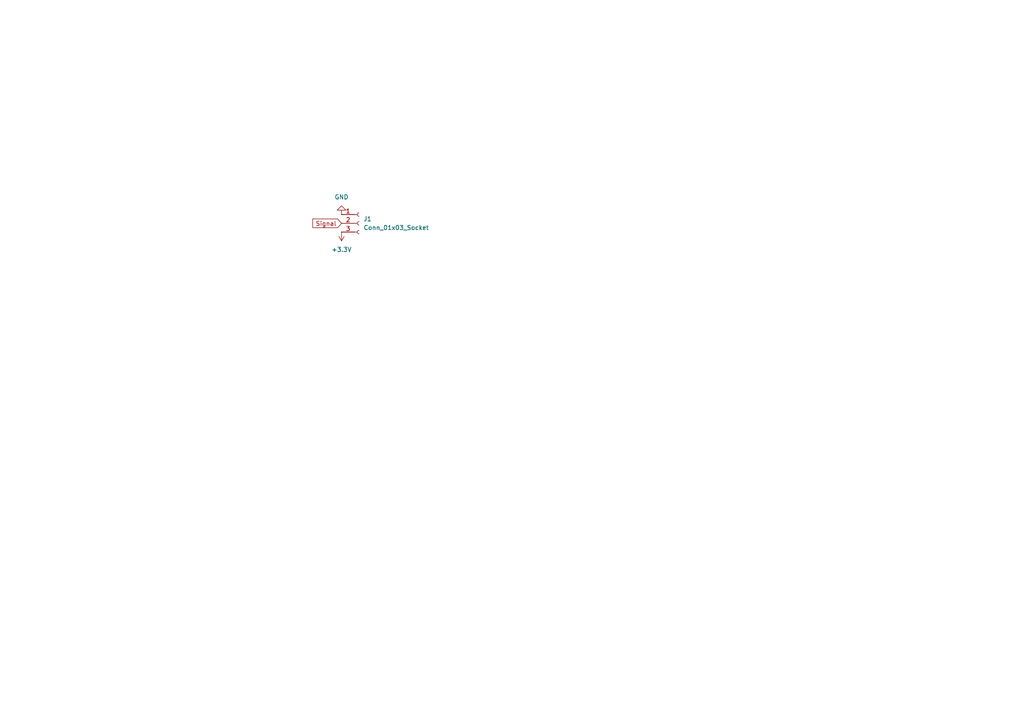
<source format=kicad_sch>
(kicad_sch
	(version 20231120)
	(generator "eeschema")
	(generator_version "8.0")
	(uuid "8bc78e74-b85b-4fe4-afe7-44df49eb6d15")
	(paper "A4")
	(lib_symbols
		(symbol "Connector:Conn_01x03_Socket"
			(pin_names
				(offset 1.016) hide)
			(exclude_from_sim no)
			(in_bom yes)
			(on_board yes)
			(property "Reference" "J"
				(at 0 5.08 0)
				(effects
					(font
						(size 1.27 1.27)
					)
				)
			)
			(property "Value" "Conn_01x03_Socket"
				(at 0 -5.08 0)
				(effects
					(font
						(size 1.27 1.27)
					)
				)
			)
			(property "Footprint" ""
				(at 0 0 0)
				(effects
					(font
						(size 1.27 1.27)
					)
					(hide yes)
				)
			)
			(property "Datasheet" "~"
				(at 0 0 0)
				(effects
					(font
						(size 1.27 1.27)
					)
					(hide yes)
				)
			)
			(property "Description" "Generic connector, single row, 01x03, script generated"
				(at 0 0 0)
				(effects
					(font
						(size 1.27 1.27)
					)
					(hide yes)
				)
			)
			(property "ki_locked" ""
				(at 0 0 0)
				(effects
					(font
						(size 1.27 1.27)
					)
				)
			)
			(property "ki_keywords" "connector"
				(at 0 0 0)
				(effects
					(font
						(size 1.27 1.27)
					)
					(hide yes)
				)
			)
			(property "ki_fp_filters" "Connector*:*_1x??_*"
				(at 0 0 0)
				(effects
					(font
						(size 1.27 1.27)
					)
					(hide yes)
				)
			)
			(symbol "Conn_01x03_Socket_1_1"
				(arc
					(start 0 -2.032)
					(mid -0.5058 -2.54)
					(end 0 -3.048)
					(stroke
						(width 0.1524)
						(type default)
					)
					(fill
						(type none)
					)
				)
				(polyline
					(pts
						(xy -1.27 -2.54) (xy -0.508 -2.54)
					)
					(stroke
						(width 0.1524)
						(type default)
					)
					(fill
						(type none)
					)
				)
				(polyline
					(pts
						(xy -1.27 0) (xy -0.508 0)
					)
					(stroke
						(width 0.1524)
						(type default)
					)
					(fill
						(type none)
					)
				)
				(polyline
					(pts
						(xy -1.27 2.54) (xy -0.508 2.54)
					)
					(stroke
						(width 0.1524)
						(type default)
					)
					(fill
						(type none)
					)
				)
				(arc
					(start 0 0.508)
					(mid -0.5058 0)
					(end 0 -0.508)
					(stroke
						(width 0.1524)
						(type default)
					)
					(fill
						(type none)
					)
				)
				(arc
					(start 0 3.048)
					(mid -0.5058 2.54)
					(end 0 2.032)
					(stroke
						(width 0.1524)
						(type default)
					)
					(fill
						(type none)
					)
				)
				(pin passive line
					(at -5.08 2.54 0)
					(length 3.81)
					(name "Pin_1"
						(effects
							(font
								(size 1.27 1.27)
							)
						)
					)
					(number "1"
						(effects
							(font
								(size 1.27 1.27)
							)
						)
					)
				)
				(pin passive line
					(at -5.08 0 0)
					(length 3.81)
					(name "Pin_2"
						(effects
							(font
								(size 1.27 1.27)
							)
						)
					)
					(number "2"
						(effects
							(font
								(size 1.27 1.27)
							)
						)
					)
				)
				(pin passive line
					(at -5.08 -2.54 0)
					(length 3.81)
					(name "Pin_3"
						(effects
							(font
								(size 1.27 1.27)
							)
						)
					)
					(number "3"
						(effects
							(font
								(size 1.27 1.27)
							)
						)
					)
				)
			)
		)
		(symbol "power:+3.3V"
			(power)
			(pin_numbers hide)
			(pin_names
				(offset 0) hide)
			(exclude_from_sim no)
			(in_bom yes)
			(on_board yes)
			(property "Reference" "#PWR"
				(at 0 -3.81 0)
				(effects
					(font
						(size 1.27 1.27)
					)
					(hide yes)
				)
			)
			(property "Value" "+3.3V"
				(at 0 3.556 0)
				(effects
					(font
						(size 1.27 1.27)
					)
				)
			)
			(property "Footprint" ""
				(at 0 0 0)
				(effects
					(font
						(size 1.27 1.27)
					)
					(hide yes)
				)
			)
			(property "Datasheet" ""
				(at 0 0 0)
				(effects
					(font
						(size 1.27 1.27)
					)
					(hide yes)
				)
			)
			(property "Description" "Power symbol creates a global label with name \"+3.3V\""
				(at 0 0 0)
				(effects
					(font
						(size 1.27 1.27)
					)
					(hide yes)
				)
			)
			(property "ki_keywords" "global power"
				(at 0 0 0)
				(effects
					(font
						(size 1.27 1.27)
					)
					(hide yes)
				)
			)
			(symbol "+3.3V_0_1"
				(polyline
					(pts
						(xy -0.762 1.27) (xy 0 2.54)
					)
					(stroke
						(width 0)
						(type default)
					)
					(fill
						(type none)
					)
				)
				(polyline
					(pts
						(xy 0 0) (xy 0 2.54)
					)
					(stroke
						(width 0)
						(type default)
					)
					(fill
						(type none)
					)
				)
				(polyline
					(pts
						(xy 0 2.54) (xy 0.762 1.27)
					)
					(stroke
						(width 0)
						(type default)
					)
					(fill
						(type none)
					)
				)
			)
			(symbol "+3.3V_1_1"
				(pin power_in line
					(at 0 0 90)
					(length 0)
					(name "~"
						(effects
							(font
								(size 1.27 1.27)
							)
						)
					)
					(number "1"
						(effects
							(font
								(size 1.27 1.27)
							)
						)
					)
				)
			)
		)
		(symbol "power:GND"
			(power)
			(pin_numbers hide)
			(pin_names
				(offset 0) hide)
			(exclude_from_sim no)
			(in_bom yes)
			(on_board yes)
			(property "Reference" "#PWR"
				(at 0 -6.35 0)
				(effects
					(font
						(size 1.27 1.27)
					)
					(hide yes)
				)
			)
			(property "Value" "GND"
				(at 0 -3.81 0)
				(effects
					(font
						(size 1.27 1.27)
					)
				)
			)
			(property "Footprint" ""
				(at 0 0 0)
				(effects
					(font
						(size 1.27 1.27)
					)
					(hide yes)
				)
			)
			(property "Datasheet" ""
				(at 0 0 0)
				(effects
					(font
						(size 1.27 1.27)
					)
					(hide yes)
				)
			)
			(property "Description" "Power symbol creates a global label with name \"GND\" , ground"
				(at 0 0 0)
				(effects
					(font
						(size 1.27 1.27)
					)
					(hide yes)
				)
			)
			(property "ki_keywords" "global power"
				(at 0 0 0)
				(effects
					(font
						(size 1.27 1.27)
					)
					(hide yes)
				)
			)
			(symbol "GND_0_1"
				(polyline
					(pts
						(xy 0 0) (xy 0 -1.27) (xy 1.27 -1.27) (xy 0 -2.54) (xy -1.27 -1.27) (xy 0 -1.27)
					)
					(stroke
						(width 0)
						(type default)
					)
					(fill
						(type none)
					)
				)
			)
			(symbol "GND_1_1"
				(pin power_in line
					(at 0 0 270)
					(length 0)
					(name "~"
						(effects
							(font
								(size 1.27 1.27)
							)
						)
					)
					(number "1"
						(effects
							(font
								(size 1.27 1.27)
							)
						)
					)
				)
			)
		)
	)
	(global_label "Signal"
		(shape input)
		(at 99.06 64.77 180)
		(fields_autoplaced yes)
		(effects
			(font
				(size 1.27 1.27)
			)
			(justify right)
		)
		(uuid "a5301ae1-2e65-4a18-a202-53e385df3b7d")
		(property "Intersheetrefs" "${INTERSHEET_REFS}"
			(at 90.1483 64.77 0)
			(effects
				(font
					(size 1.27 1.27)
				)
				(justify right)
				(hide yes)
			)
		)
	)
	(symbol
		(lib_id "Connector:Conn_01x03_Socket")
		(at 104.14 64.77 0)
		(unit 1)
		(exclude_from_sim no)
		(in_bom yes)
		(on_board yes)
		(dnp no)
		(fields_autoplaced yes)
		(uuid "53f15aad-1f73-4a16-996a-66599c0ae581")
		(property "Reference" "J1"
			(at 105.41 63.4999 0)
			(effects
				(font
					(size 1.27 1.27)
				)
				(justify left)
			)
		)
		(property "Value" "Conn_01x03_Socket"
			(at 105.41 66.0399 0)
			(effects
				(font
					(size 1.27 1.27)
				)
				(justify left)
			)
		)
		(property "Footprint" "Connector_JST:JST_SH_SM03B-SRSS-TB_1x03-1MP_P1.00mm_Horizontal"
			(at 104.14 64.77 0)
			(effects
				(font
					(size 1.27 1.27)
				)
				(hide yes)
			)
		)
		(property "Datasheet" "~"
			(at 104.14 64.77 0)
			(effects
				(font
					(size 1.27 1.27)
				)
				(hide yes)
			)
		)
		(property "Description" "Generic connector, single row, 01x03, script generated"
			(at 104.14 64.77 0)
			(effects
				(font
					(size 1.27 1.27)
				)
				(hide yes)
			)
		)
		(pin "1"
			(uuid "8326ee32-bdbe-4090-8cf7-f58bb5248207")
		)
		(pin "2"
			(uuid "30a11a2a-bf3c-4945-b8ac-c66e6fa4ce29")
		)
		(pin "3"
			(uuid "8e46b1ce-18c6-4c17-af65-d7a1f1fb538a")
		)
		(instances
			(project ""
				(path "/8bc78e74-b85b-4fe4-afe7-44df49eb6d15"
					(reference "J1")
					(unit 1)
				)
			)
		)
	)
	(symbol
		(lib_id "power:+3.3V")
		(at 99.06 67.31 180)
		(unit 1)
		(exclude_from_sim no)
		(in_bom yes)
		(on_board yes)
		(dnp no)
		(fields_autoplaced yes)
		(uuid "a278cd9d-005f-45e1-bb7f-39046d291464")
		(property "Reference" "#PWR01"
			(at 99.06 63.5 0)
			(effects
				(font
					(size 1.27 1.27)
				)
				(hide yes)
			)
		)
		(property "Value" "+3.3V"
			(at 99.06 72.39 0)
			(effects
				(font
					(size 1.27 1.27)
				)
			)
		)
		(property "Footprint" ""
			(at 99.06 67.31 0)
			(effects
				(font
					(size 1.27 1.27)
				)
				(hide yes)
			)
		)
		(property "Datasheet" ""
			(at 99.06 67.31 0)
			(effects
				(font
					(size 1.27 1.27)
				)
				(hide yes)
			)
		)
		(property "Description" "Power symbol creates a global label with name \"+3.3V\""
			(at 99.06 67.31 0)
			(effects
				(font
					(size 1.27 1.27)
				)
				(hide yes)
			)
		)
		(pin "1"
			(uuid "2b306371-aa84-48d5-be66-c23958b3236d")
		)
		(instances
			(project "Magnet PCB try2"
				(path "/8bc78e74-b85b-4fe4-afe7-44df49eb6d15"
					(reference "#PWR01")
					(unit 1)
				)
			)
		)
	)
	(symbol
		(lib_id "power:GND")
		(at 99.06 62.23 180)
		(unit 1)
		(exclude_from_sim no)
		(in_bom yes)
		(on_board yes)
		(dnp no)
		(fields_autoplaced yes)
		(uuid "c45c4cb4-ec1b-40bd-85dd-4f3ee99f135b")
		(property "Reference" "#PWR02"
			(at 99.06 55.88 0)
			(effects
				(font
					(size 1.27 1.27)
				)
				(hide yes)
			)
		)
		(property "Value" "GND"
			(at 99.06 57.15 0)
			(effects
				(font
					(size 1.27 1.27)
				)
			)
		)
		(property "Footprint" ""
			(at 99.06 62.23 0)
			(effects
				(font
					(size 1.27 1.27)
				)
				(hide yes)
			)
		)
		(property "Datasheet" ""
			(at 99.06 62.23 0)
			(effects
				(font
					(size 1.27 1.27)
				)
				(hide yes)
			)
		)
		(property "Description" "Power symbol creates a global label with name \"GND\" , ground"
			(at 99.06 62.23 0)
			(effects
				(font
					(size 1.27 1.27)
				)
				(hide yes)
			)
		)
		(pin "1"
			(uuid "9b0ac223-b6b2-42dd-a684-9b303886e4da")
		)
		(instances
			(project ""
				(path "/8bc78e74-b85b-4fe4-afe7-44df49eb6d15"
					(reference "#PWR02")
					(unit 1)
				)
			)
		)
	)
	(sheet_instances
		(path "/"
			(page "1")
		)
	)
)

</source>
